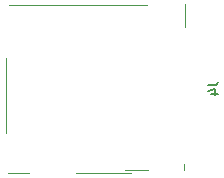
<source format=gbr>
%TF.GenerationSoftware,KiCad,Pcbnew,8.0.7*%
%TF.CreationDate,2024-12-24T20:08:54+01:00*%
%TF.ProjectId,Desktop_50_Pin_TopConn,4465736b-746f-4705-9f35-305f50696e5f,1.01*%
%TF.SameCoordinates,Original*%
%TF.FileFunction,Legend,Bot*%
%TF.FilePolarity,Positive*%
%FSLAX46Y46*%
G04 Gerber Fmt 4.6, Leading zero omitted, Abs format (unit mm)*
G04 Created by KiCad (PCBNEW 8.0.7) date 2024-12-24 20:08:54*
%MOMM*%
%LPD*%
G01*
G04 APERTURE LIST*
G04 Aperture macros list*
%AMRoundRect*
0 Rectangle with rounded corners*
0 $1 Rounding radius*
0 $2 $3 $4 $5 $6 $7 $8 $9 X,Y pos of 4 corners*
0 Add a 4 corners polygon primitive as box body*
4,1,4,$2,$3,$4,$5,$6,$7,$8,$9,$2,$3,0*
0 Add four circle primitives for the rounded corners*
1,1,$1+$1,$2,$3*
1,1,$1+$1,$4,$5*
1,1,$1+$1,$6,$7*
1,1,$1+$1,$8,$9*
0 Add four rect primitives between the rounded corners*
20,1,$1+$1,$2,$3,$4,$5,0*
20,1,$1+$1,$4,$5,$6,$7,0*
20,1,$1+$1,$6,$7,$8,$9,0*
20,1,$1+$1,$8,$9,$2,$3,0*%
%AMFreePoly0*
4,1,26,0.335306,0.780194,0.389950,0.741421,0.741421,0.389950,0.788777,0.314585,0.800000,0.248529,0.800000,-0.248529,0.780194,-0.335306,0.741421,-0.389950,0.389950,-0.741421,0.314585,-0.788777,0.248529,-0.800000,0.000000,-0.800000,-0.248529,-0.800000,-0.335306,-0.780194,-0.389950,-0.741421,-0.741421,-0.389950,-0.788777,-0.314585,-0.800000,-0.248529,-0.800000,0.248529,-0.780194,0.335306,
-0.741421,0.389950,-0.389950,0.741421,-0.314585,0.788777,-0.248529,0.800000,0.248529,0.800000,0.335306,0.780194,0.335306,0.780194,$1*%
G04 Aperture macros list end*
%ADD10C,0.150000*%
%ADD11C,0.120000*%
%ADD12RoundRect,0.250000X0.600000X0.600000X-0.600000X0.600000X-0.600000X-0.600000X0.600000X-0.600000X0*%
%ADD13C,1.700000*%
%ADD14C,2.794000*%
%ADD15C,1.625600*%
%ADD16R,1.600000X1.600000*%
%ADD17O,1.600000X1.600000*%
%ADD18R,1.700000X1.700000*%
%ADD19O,1.700000X1.700000*%
%ADD20O,1.800000X1.100000*%
%ADD21O,1.450000X1.050000*%
%ADD22FreePoly0,90.000000*%
%ADD23C,1.600000*%
%ADD24RoundRect,0.200000X0.600000X-0.600000X0.600000X0.600000X-0.600000X0.600000X-0.600000X-0.600000X0*%
%ADD25R,1.574800X1.574800*%
%ADD26C,1.574800*%
%ADD27C,1.200000*%
%ADD28R,1.700000X0.700000*%
%ADD29R,2.400000X1.300000*%
%ADD30R,1.700000X1.300000*%
%ADD31R,1.700000X1.800000*%
G04 APERTURE END LIST*
D10*
X-2647705Y-79267333D02*
X-2076277Y-79267333D01*
X-2076277Y-79267333D02*
X-1961991Y-79229238D01*
X-1961991Y-79229238D02*
X-1885800Y-79153047D01*
X-1885800Y-79153047D02*
X-1847705Y-79038762D01*
X-1847705Y-79038762D02*
X-1847705Y-78962571D01*
X-2381039Y-79991143D02*
X-1847705Y-79991143D01*
X-2685800Y-79800667D02*
X-2114372Y-79610190D01*
X-2114372Y-79610190D02*
X-2114372Y-80105429D01*
D11*
%TO.C,J4*%
X-19770000Y-76964000D02*
X-19770000Y-83334000D01*
X-19620000Y-86709000D02*
X-17820000Y-86709000D01*
X-19483181Y-72464000D02*
X-7835000Y-72464000D01*
X-13860000Y-86709000D02*
X-9160000Y-86709000D01*
X-9662273Y-86434000D02*
X-7710254Y-86437409D01*
X-4735000Y-86434000D02*
X-4735000Y-85984000D01*
X-4635000Y-72439000D02*
X-4635000Y-74359000D01*
%TD*%
%LPC*%
D12*
%TO.C,J2*%
X-7750000Y-69950000D03*
D13*
X-10290000Y-69950000D03*
X-7750000Y-67410000D03*
X-10290000Y-67410000D03*
X-7750000Y-64870000D03*
X-10290000Y-64870000D03*
X-7750000Y-62330000D03*
X-10290000Y-62330000D03*
X-7750000Y-59790000D03*
X-10290000Y-59790000D03*
X-7750000Y-57250000D03*
X-10290000Y-57250000D03*
X-7750000Y-54710000D03*
X-10290000Y-54710000D03*
X-7750000Y-52170000D03*
X-10290000Y-52170000D03*
X-7750000Y-49630000D03*
X-10290000Y-49630000D03*
X-7750000Y-47090000D03*
X-10290000Y-47090000D03*
X-7750000Y-44550000D03*
X-10290000Y-44550000D03*
X-7750000Y-42010000D03*
X-10290000Y-42010000D03*
X-7750000Y-39470000D03*
X-10290000Y-39470000D03*
X-7750000Y-36930000D03*
X-10290000Y-36930000D03*
X-7750000Y-34390000D03*
X-10290000Y-34390000D03*
X-7750000Y-31850000D03*
X-10290000Y-31850000D03*
X-7750000Y-29310000D03*
X-10290000Y-29310000D03*
X-7750000Y-26770000D03*
X-10290000Y-26770000D03*
X-7750000Y-24230000D03*
X-10290000Y-24230000D03*
X-7750000Y-21690000D03*
X-10290000Y-21690000D03*
X-7750000Y-19150000D03*
X-10290000Y-19150000D03*
X-7750000Y-16610000D03*
X-10290000Y-16610000D03*
X-7750000Y-14070000D03*
X-10290000Y-14070000D03*
X-7750000Y-11530000D03*
X-10290000Y-11530000D03*
X-7750000Y-8990000D03*
X-10290000Y-8990000D03*
%TD*%
D14*
%TO.C,J1*%
X137250000Y-1550000D03*
X137250000Y-90450000D03*
D15*
X134710000Y-6630000D03*
X134710000Y-9170000D03*
X134710000Y-11710000D03*
X134710000Y-14250000D03*
X134710000Y-16790000D03*
X134710000Y-19330000D03*
X134710000Y-21870000D03*
X134710000Y-24410000D03*
X134710000Y-26950000D03*
X134710000Y-29490000D03*
X134710000Y-32030000D03*
X134710000Y-34570000D03*
X134710000Y-37110000D03*
X134710000Y-39650000D03*
X134710000Y-42190000D03*
X134710000Y-44730000D03*
X134710000Y-47270000D03*
X134710000Y-49810000D03*
X134710000Y-52350000D03*
X134710000Y-54890000D03*
X134710000Y-57430000D03*
X134710000Y-59970000D03*
X134710000Y-62510000D03*
X134710000Y-65050000D03*
X134710000Y-67590000D03*
X134710000Y-70130000D03*
X134710000Y-72670000D03*
X134710000Y-75210000D03*
X134710000Y-77750000D03*
X134710000Y-80290000D03*
X134710000Y-82830000D03*
X134710000Y-85370000D03*
X132170000Y-6630000D03*
X132170000Y-9170000D03*
X132170000Y-11710000D03*
X132170000Y-14250000D03*
X132170000Y-16790000D03*
X132170000Y-19330000D03*
X132170000Y-21870000D03*
X132170000Y-24410000D03*
X132170000Y-26950000D03*
X132170000Y-29490000D03*
X132170000Y-32030000D03*
X132170000Y-34570000D03*
X132170000Y-37110000D03*
X132170000Y-39650000D03*
X132170000Y-42190000D03*
X132170000Y-44730000D03*
X132170000Y-47270000D03*
X132170000Y-49810000D03*
X132170000Y-52350000D03*
X132170000Y-54890000D03*
X132170000Y-57430000D03*
X132170000Y-59970000D03*
X132170000Y-62510000D03*
X132170000Y-65050000D03*
X132170000Y-67590000D03*
X132170000Y-70130000D03*
X132170000Y-72670000D03*
X132170000Y-75210000D03*
X132170000Y-77750000D03*
X132170000Y-80290000D03*
X132170000Y-82830000D03*
X132170000Y-85370000D03*
%TD*%
D16*
%TO.C,J13*%
X-18851000Y-87731000D03*
D17*
X-18851000Y-90271000D03*
X-11231000Y-90271000D03*
X-11231000Y-87731000D03*
%TD*%
D18*
%TO.C,J10*%
X39395200Y-5618200D03*
D19*
X36855200Y-5618200D03*
X34315200Y-5618200D03*
%TD*%
D20*
%TO.C,RP1*%
X49431200Y-76847000D03*
D21*
X52461200Y-76547000D03*
X52461200Y-71697000D03*
D20*
X49431200Y-71397000D03*
D22*
X49301200Y-83012000D03*
D23*
X51841200Y-83012000D03*
D24*
X54381200Y-83012000D03*
D23*
X56921200Y-83012000D03*
X59461200Y-83012000D03*
X62001200Y-83012000D03*
X64541200Y-83012000D03*
D24*
X67081200Y-83012000D03*
D23*
X69621200Y-83012000D03*
X72161200Y-83012000D03*
X74701200Y-83012000D03*
X77241200Y-83012000D03*
D24*
X79781200Y-83012000D03*
D23*
X82321200Y-83012000D03*
X84861200Y-83012000D03*
X87401200Y-83012000D03*
X89941200Y-83012000D03*
D24*
X92481200Y-83012000D03*
D23*
X95021200Y-83012000D03*
X97561200Y-83012000D03*
X97561200Y-65232000D03*
X95021200Y-65232000D03*
D24*
X92481200Y-65232000D03*
D23*
X89941200Y-65232000D03*
X87401200Y-65232000D03*
X84861200Y-65232000D03*
X82321200Y-65232000D03*
D24*
X79781200Y-65232000D03*
D23*
X77241200Y-65232000D03*
X74701200Y-65232000D03*
X72161200Y-65232000D03*
X69621200Y-65232000D03*
D24*
X67081200Y-65232000D03*
D23*
X64541200Y-65232000D03*
X62001200Y-65232000D03*
X59461200Y-65232000D03*
X56921200Y-65232000D03*
D24*
X54381200Y-65232000D03*
D23*
X51841200Y-65232000D03*
X49301200Y-65232000D03*
D25*
X79131200Y-73537800D03*
D26*
X79131200Y-70997800D03*
X79131200Y-68457800D03*
%TD*%
D27*
%TO.C,J4*%
X-16815000Y-84409000D03*
X-16815000Y-76409000D03*
D28*
X-5765000Y-77209000D03*
X-5765000Y-78309000D03*
X-5765000Y-79409000D03*
X-5765000Y-80509000D03*
X-5765000Y-81609000D03*
X-5765000Y-82709000D03*
X-5765000Y-83809000D03*
X-5765000Y-84909000D03*
X-5765000Y-86009000D03*
D29*
X-16315000Y-87259000D03*
D30*
X-6715000Y-87259000D03*
D31*
X-6715000Y-72509000D03*
D29*
X-16315000Y-71659000D03*
%TD*%
%LPD*%
M02*

</source>
